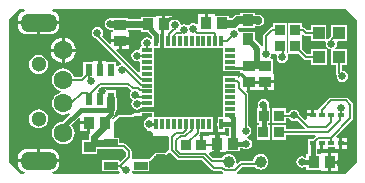
<source format=gtl>
G04 Layer_Physical_Order=1*
G04 Layer_Color=255*
%FSLAX25Y25*%
%MOIN*%
G70*
G01*
G75*
%ADD10R,0.03740X0.01181*%
%ADD11R,0.01181X0.03740*%
%ADD12R,0.21654X0.21654*%
%ADD13R,0.02362X0.04331*%
%ADD14R,0.04528X0.02559*%
%ADD15R,0.03347X0.03740*%
%ADD16R,0.03937X0.03937*%
%ADD17R,0.03740X0.03937*%
%ADD18R,0.03937X0.03543*%
%ADD19R,0.01969X0.01575*%
%ADD20R,0.03543X0.03937*%
%ADD21C,0.03937*%
%ADD22C,0.00800*%
%ADD23C,0.00600*%
%ADD24C,0.01000*%
%ADD25C,0.02000*%
%ADD26C,0.02500*%
%ADD27C,0.01500*%
%ADD28C,0.02200*%
G04:AMPARAMS|DCode=29|XSize=59.06mil|YSize=118.11mil|CornerRadius=20.67mil|HoleSize=0mil|Usage=FLASHONLY|Rotation=270.000|XOffset=0mil|YOffset=0mil|HoleType=Round|Shape=RoundedRectangle|*
%AMROUNDEDRECTD29*
21,1,0.05906,0.07677,0,0,270.0*
21,1,0.01772,0.11811,0,0,270.0*
1,1,0.04134,-0.03839,-0.00886*
1,1,0.04134,-0.03839,0.00886*
1,1,0.04134,0.03839,0.00886*
1,1,0.04134,0.03839,-0.00886*
%
%ADD29ROUNDEDRECTD29*%
%ADD30C,0.06299*%
%ADD31C,0.05118*%
%ADD32C,0.02598*%
%ADD33C,0.02500*%
G36*
X117087Y55380D02*
Y7920D01*
X113280Y4113D01*
X77178D01*
X77022Y4483D01*
X77011Y4613D01*
X78880Y6482D01*
X83004D01*
X83168Y6268D01*
X83705Y5856D01*
X84329Y5598D01*
X85000Y5509D01*
X85671Y5598D01*
X86295Y5856D01*
X86832Y6268D01*
X87244Y6805D01*
X87502Y7429D01*
X87591Y8100D01*
X87502Y8771D01*
X87244Y9395D01*
X86832Y9932D01*
X86295Y10344D01*
X85671Y10602D01*
X85000Y10691D01*
X84329Y10602D01*
X83705Y10344D01*
X83168Y9932D01*
X82756Y9395D01*
X82498Y8771D01*
X82438Y8318D01*
X78500D01*
X78149Y8248D01*
X77851Y8049D01*
X77318Y7516D01*
X76845Y7749D01*
X76891Y8100D01*
X76802Y8771D01*
X76544Y9395D01*
X76132Y9932D01*
X75595Y10344D01*
X74971Y10602D01*
X74300Y10691D01*
X73629Y10602D01*
X73005Y10344D01*
X72468Y9932D01*
X72056Y9395D01*
X72045Y9368D01*
X69130D01*
X68103Y10395D01*
X67932Y10830D01*
X68170Y11231D01*
X70043D01*
Y14200D01*
Y17168D01*
X67771D01*
Y16570D01*
X65759D01*
Y13700D01*
X64759D01*
Y16570D01*
X64621D01*
X64430Y17032D01*
X64602Y17204D01*
X64801Y17502D01*
X64870Y17853D01*
Y18152D01*
X69080D01*
Y23092D01*
X49592D01*
Y24864D01*
X44652D01*
Y24221D01*
X42957D01*
X42528Y24136D01*
X42164Y23893D01*
X42164Y23893D01*
X42021Y23749D01*
X38100Y23749D01*
X37908Y23670D01*
X37706Y23617D01*
X35875Y22221D01*
X35545Y22598D01*
X35973Y23027D01*
X36272Y23473D01*
X36377Y24000D01*
X36376Y24000D01*
Y24341D01*
X36474Y24406D01*
X36883Y25018D01*
X37026Y25740D01*
Y29176D01*
X36921Y29704D01*
Y31941D01*
X33581D01*
Y32341D01*
X31692D01*
X31501Y32803D01*
X31880Y33182D01*
X40420D01*
X41631Y31971D01*
X41857Y31820D01*
X41457Y31222D01*
X41314Y30500D01*
X41457Y29778D01*
X41866Y29166D01*
X42074Y29028D01*
X42366Y28634D01*
X41957Y28022D01*
X41814Y27300D01*
X41957Y26578D01*
X42366Y25966D01*
X42978Y25557D01*
X43700Y25414D01*
X44422Y25557D01*
X45034Y25966D01*
X45337Y26420D01*
X49592D01*
Y30357D01*
Y34294D01*
Y38231D01*
Y42168D01*
Y45908D01*
X51364D01*
Y47730D01*
X51445Y47851D01*
X51550Y48378D01*
Y50427D01*
X51526Y50545D01*
X51843Y50932D01*
X52454D01*
X52920Y50848D01*
Y45908D01*
X72408D01*
Y42168D01*
Y38231D01*
X77348D01*
Y38300D01*
X78078D01*
X78191Y38186D01*
X78127Y37572D01*
X78031Y37514D01*
X78031Y37444D01*
X78031Y37444D01*
Y36457D01*
X77531Y36173D01*
X77348Y36283D01*
Y36675D01*
X72408D01*
Y34294D01*
Y30357D01*
Y26420D01*
Y23092D01*
X70636D01*
Y21270D01*
X70555Y21149D01*
X70450Y20622D01*
X70555Y20095D01*
X70636Y19974D01*
Y18152D01*
X73017D01*
Y19246D01*
X74381D01*
Y17122D01*
X74028Y16769D01*
X73556Y16769D01*
X73314Y17168D01*
X73244Y17168D01*
X73244Y17168D01*
X71043D01*
Y14200D01*
Y11231D01*
X73244D01*
X73244Y11231D01*
X73314D01*
X73556Y11631D01*
X73814Y11631D01*
X78229D01*
Y12824D01*
X78930D01*
X79478Y12457D01*
X80200Y12314D01*
X80922Y12457D01*
X81534Y12866D01*
X81943Y13478D01*
X82086Y14200D01*
X81943Y14922D01*
X81534Y15534D01*
X80922Y15943D01*
X80558Y16015D01*
Y16525D01*
X80722Y16557D01*
X81334Y16966D01*
X81743Y17578D01*
X81886Y18300D01*
X81743Y19022D01*
X81334Y19634D01*
X80918Y19912D01*
Y30362D01*
X80848Y30713D01*
X80649Y31011D01*
X80151Y31509D01*
X80342Y31971D01*
X80500D01*
Y34743D01*
X81500D01*
Y31971D01*
X86000D01*
Y34743D01*
X86500D01*
Y35243D01*
X89468D01*
Y37444D01*
X89468Y37444D01*
Y37514D01*
X89069Y37756D01*
X89069Y38014D01*
Y42429D01*
X88361D01*
X88143Y42929D01*
X88443Y43378D01*
X88578Y44057D01*
X89048Y44148D01*
X89068Y44130D01*
Y44130D01*
X90267D01*
X90502Y43689D01*
X90457Y43622D01*
X90314Y42900D01*
X90457Y42178D01*
X90866Y41566D01*
X91478Y41157D01*
X92200Y41014D01*
X92922Y41157D01*
X93534Y41566D01*
X93943Y42178D01*
X94086Y42900D01*
X93992Y43375D01*
X93943Y43622D01*
X93945Y43630D01*
X93985Y43748D01*
X94142Y44068D01*
X94150Y44076D01*
X94558Y44130D01*
X94674Y44130D01*
X97487D01*
X99343Y42275D01*
X99673Y42054D01*
X100064Y41976D01*
X101890D01*
Y40427D01*
X107027D01*
Y45564D01*
X101890D01*
Y44015D01*
X100486D01*
X98732Y45769D01*
Y49030D01*
X98732Y49070D01*
Y49530D01*
X98732Y49570D01*
Y50219D01*
X99232Y50426D01*
X99283Y50375D01*
X99614Y50154D01*
X100004Y50076D01*
X101790D01*
Y48527D01*
X106460D01*
X106548Y48459D01*
X106819Y48027D01*
X106714Y47500D01*
X106857Y46778D01*
X107266Y46166D01*
X107878Y45757D01*
X108142Y45705D01*
X108583Y45564D01*
X108583Y45139D01*
Y40427D01*
X110132D01*
Y37648D01*
X110210Y37258D01*
X110391Y36987D01*
X110314Y36600D01*
X110457Y35878D01*
X110866Y35266D01*
X111478Y34857D01*
X112200Y34714D01*
X112922Y34857D01*
X113534Y35266D01*
X113943Y35878D01*
X114086Y36600D01*
X113943Y37322D01*
X113534Y37934D01*
X112922Y38343D01*
X112200Y38486D01*
X112171Y38510D01*
Y40427D01*
X113720D01*
Y45564D01*
X109933D01*
X109781Y46064D01*
X109934Y46166D01*
X110343Y46778D01*
X110486Y47500D01*
X110381Y48027D01*
X110694Y48527D01*
X113620D01*
Y53664D01*
X108483D01*
Y49969D01*
X107879Y49365D01*
X107732Y49145D01*
X107427Y48941D01*
X106936Y49154D01*
X106927Y49163D01*
Y53664D01*
X101790D01*
Y52115D01*
X100427D01*
X99921Y52621D01*
X99590Y52842D01*
X99200Y52920D01*
X98732D01*
Y54470D01*
X94186D01*
Y49570D01*
X94186Y49530D01*
Y49070D01*
X94186Y49030D01*
Y44622D01*
X94186Y44621D01*
X94186Y44621D01*
X94186Y44571D01*
X93686Y44264D01*
X93614Y44300D01*
Y49030D01*
X93614Y49070D01*
Y49530D01*
X93614Y49570D01*
Y54470D01*
X89068D01*
Y53020D01*
X88800D01*
X88410Y52942D01*
X88079Y52721D01*
X85979Y50621D01*
X85758Y50290D01*
X85680Y49900D01*
Y46841D01*
X85180Y46689D01*
X85004Y46954D01*
X83170Y48787D01*
Y51519D01*
X78230D01*
X78230Y51519D01*
X77748Y51563D01*
X77434Y52034D01*
X77335Y52100D01*
Y52600D01*
X77434Y52666D01*
X77730Y52962D01*
X78230Y52755D01*
Y52681D01*
X83170D01*
Y53363D01*
X83951D01*
X84200Y53314D01*
X84922Y53457D01*
X85534Y53866D01*
X85943Y54478D01*
X86086Y55200D01*
X85943Y55922D01*
X85534Y56534D01*
X85484Y56583D01*
X84872Y56992D01*
X84150Y57136D01*
X83170D01*
Y57818D01*
X78230D01*
Y57136D01*
X77350D01*
X76628Y56992D01*
X76016Y56583D01*
X75319Y55886D01*
X74529D01*
Y56868D01*
X69786D01*
X69614Y57269D01*
X67343D01*
Y54300D01*
X66343D01*
Y57269D01*
X64071D01*
Y54161D01*
X63571Y53943D01*
X63122Y54243D01*
X62400Y54386D01*
X61678Y54243D01*
X61066Y53834D01*
X60994Y53726D01*
X60332Y53635D01*
X60022Y53843D01*
X59300Y53986D01*
X58741Y53875D01*
X58180Y54132D01*
X58143Y54322D01*
X57734Y54934D01*
X57122Y55343D01*
X56400Y55486D01*
X56029Y55413D01*
X55529Y55799D01*
Y56868D01*
X53257D01*
Y53900D01*
X52257D01*
Y56868D01*
X49986D01*
X49814Y56468D01*
X45071D01*
Y55633D01*
X40769D01*
Y56129D01*
X35631D01*
Y56129D01*
X35131Y55940D01*
X34900Y55986D01*
X34178Y55843D01*
X33566Y55434D01*
X33157Y54822D01*
X33014Y54100D01*
X33157Y53378D01*
X33566Y52766D01*
X33651Y52710D01*
X33674Y52674D01*
X34237Y52299D01*
X34900Y52167D01*
X35631D01*
Y51386D01*
X35232Y51214D01*
Y48943D01*
X38200D01*
X41168D01*
Y51214D01*
X40769Y51386D01*
Y52167D01*
X45071D01*
Y51332D01*
X47322D01*
X48797Y49857D01*
Y49341D01*
X48485Y49201D01*
X48297Y49158D01*
X47722Y49543D01*
X47000Y49686D01*
X46278Y49543D01*
X45666Y49134D01*
X45257Y48522D01*
X45114Y47800D01*
X45257Y47078D01*
X45338Y46958D01*
X45102Y46517D01*
X44652D01*
Y45645D01*
X44152Y45296D01*
X43700Y45386D01*
X42978Y45243D01*
X42366Y44834D01*
X41957Y44222D01*
X41814Y43500D01*
X41957Y42778D01*
X42366Y42166D01*
X42978Y41757D01*
X43700Y41614D01*
X44152Y41704D01*
X44652Y41355D01*
Y38140D01*
X44190Y37949D01*
X36930Y45209D01*
X37121Y45671D01*
X37700D01*
Y47943D01*
X35232D01*
Y47561D01*
X34770Y47370D01*
X32070Y50069D01*
X32343Y50478D01*
X32486Y51200D01*
X32343Y51922D01*
X31934Y52534D01*
X31322Y52943D01*
X30600Y53086D01*
X29878Y52943D01*
X29266Y52534D01*
X28857Y51922D01*
X28714Y51200D01*
X28857Y50478D01*
X29266Y49866D01*
X29878Y49457D01*
X30138Y49406D01*
X38489Y41054D01*
X38344Y40576D01*
X38178Y40543D01*
X37566Y40134D01*
X37421Y39917D01*
X36921Y40069D01*
Y41390D01*
X33581D01*
Y41790D01*
X31900D01*
Y38624D01*
X30900D01*
Y41790D01*
X29219D01*
Y41390D01*
X25879D01*
Y37176D01*
X25057Y36355D01*
X22886D01*
X22877Y36416D01*
X22500Y37328D01*
X21899Y38111D01*
X21115Y38712D01*
X20203Y39090D01*
X19224Y39219D01*
X18246Y39090D01*
X17333Y38712D01*
X16550Y38111D01*
X15949Y37328D01*
X15571Y36416D01*
X15442Y35437D01*
X15571Y34458D01*
X15949Y33546D01*
X16550Y32763D01*
X17333Y32162D01*
X18246Y31784D01*
X18487Y31752D01*
Y31248D01*
X18246Y31216D01*
X17333Y30838D01*
X16550Y30237D01*
X15949Y29454D01*
X15571Y28542D01*
X15442Y27563D01*
X15571Y26584D01*
X15949Y25672D01*
X16550Y24889D01*
X17333Y24288D01*
X18246Y23910D01*
X19224Y23781D01*
X20203Y23910D01*
X21115Y24288D01*
X21195Y24349D01*
X21526Y23972D01*
X19030Y21477D01*
X18246Y21374D01*
X17333Y20996D01*
X16550Y20395D01*
X15949Y19611D01*
X15571Y18699D01*
X15442Y17720D01*
X15571Y16742D01*
X15949Y15830D01*
X16550Y15046D01*
X17333Y14445D01*
X18246Y14067D01*
X19224Y13938D01*
X20203Y14067D01*
X21115Y14445D01*
X21899Y15046D01*
X22500Y15830D01*
X22877Y16742D01*
X23006Y17720D01*
X22877Y18699D01*
X22500Y19611D01*
X21899Y20395D01*
X21895Y20448D01*
X24409Y22962D01*
X24871Y22771D01*
Y21700D01*
X27643D01*
Y21200D01*
X28142D01*
Y17952D01*
X28218Y17770D01*
X28174Y17726D01*
X27799Y17163D01*
X27667Y16500D01*
Y15529D01*
X25431D01*
Y10786D01*
X30569D01*
Y12507D01*
X32116D01*
Y12361D01*
X37844D01*
Y12382D01*
X39120D01*
X40132Y11370D01*
Y9930D01*
X38344Y8142D01*
X37844Y8349D01*
Y8639D01*
X32116D01*
Y4880D01*
X37844D01*
Y4880D01*
X37931Y4852D01*
X38033Y4613D01*
X37703Y4113D01*
X15686D01*
X15596Y4595D01*
X16342Y4904D01*
X16983Y5395D01*
X17474Y6036D01*
X17783Y6782D01*
X17889Y7583D01*
Y7969D01*
X10957D01*
X4025D01*
Y7583D01*
X4130Y6782D01*
X4439Y6036D01*
X4931Y5395D01*
X5571Y4904D01*
X6318Y4595D01*
X6228Y4113D01*
X4820D01*
X1013Y7920D01*
Y55580D01*
X4320Y58887D01*
X6228D01*
X6318Y58405D01*
X5571Y58096D01*
X4931Y57605D01*
X4439Y56964D01*
X4130Y56218D01*
X4025Y55417D01*
Y55031D01*
X10957D01*
X17889D01*
Y55417D01*
X17783Y56218D01*
X17474Y56964D01*
X16983Y57605D01*
X16342Y58096D01*
X15596Y58405D01*
X15686Y58887D01*
X113580D01*
X117087Y55380D01*
D02*
G37*
G36*
X47000Y22224D02*
X46566Y21934D01*
X46157Y21322D01*
X46014Y20600D01*
X46157Y19878D01*
X46566Y19266D01*
X47000Y18976D01*
X47000Y16600D01*
X54014D01*
X54482Y16400D01*
Y12282D01*
X53300Y11100D01*
X53200Y11200D01*
X49800D01*
Y11000D01*
X49314Y10514D01*
X49031D01*
Y10232D01*
X47800Y9000D01*
X47700Y9100D01*
X42387Y9100D01*
X41984Y9533D01*
X41968Y9600D01*
Y11750D01*
X41898Y12101D01*
X41699Y12399D01*
X40149Y13949D01*
X39851Y14148D01*
X39500Y14218D01*
X37844D01*
Y16120D01*
X36000D01*
Y21500D01*
X38100Y23100D01*
X47000Y23100D01*
Y22224D01*
D02*
G37*
G36*
X54928Y11102D02*
X57079Y8951D01*
X57377Y8752D01*
X57728Y8682D01*
X65523D01*
X68754Y5451D01*
X69052Y5252D01*
X69403Y5182D01*
X71863D01*
X72432Y4613D01*
X72421Y4483D01*
X72266Y4113D01*
X42297D01*
X41982Y4591D01*
X42156Y4880D01*
X42156Y4880D01*
X42156Y4880D01*
X47883D01*
Y8385D01*
X48259Y8541D01*
X49491Y9772D01*
X49573Y9972D01*
X49773Y10055D01*
X50259Y10541D01*
X50263Y10551D01*
X53059D01*
X53300Y10451D01*
X53759Y10641D01*
X54294Y11175D01*
X54928Y11102D01*
D02*
G37*
%LPC*%
G36*
X17889Y54031D02*
X11457D01*
Y50552D01*
X14795D01*
X15596Y50658D01*
X16342Y50967D01*
X16983Y51458D01*
X17474Y52099D01*
X17783Y52845D01*
X17889Y53646D01*
Y54031D01*
D02*
G37*
G36*
X10457D02*
X4025D01*
Y53646D01*
X4130Y52845D01*
X4439Y52099D01*
X4931Y51458D01*
X5571Y50967D01*
X6318Y50658D01*
X7118Y50552D01*
X10457D01*
Y54031D01*
D02*
G37*
G36*
X19724Y49399D02*
Y45780D01*
X23344D01*
X23267Y46363D01*
X22849Y47372D01*
X22184Y48239D01*
X21317Y48904D01*
X20308Y49322D01*
X19724Y49399D01*
D02*
G37*
G36*
X18724D02*
X18141Y49322D01*
X17132Y48904D01*
X16265Y48239D01*
X15600Y47372D01*
X15182Y46363D01*
X15105Y45780D01*
X18724D01*
Y49399D01*
D02*
G37*
G36*
X41168Y47943D02*
X38700D01*
Y45671D01*
X41168D01*
Y47943D01*
D02*
G37*
G36*
X23344Y44780D02*
X19724D01*
Y41160D01*
X20308Y41237D01*
X21317Y41655D01*
X22184Y42320D01*
X22849Y43187D01*
X23267Y44196D01*
X23344Y44780D01*
D02*
G37*
G36*
X18724D02*
X15105D01*
X15182Y44196D01*
X15600Y43187D01*
X16265Y42320D01*
X17132Y41655D01*
X18141Y41237D01*
X18724Y41160D01*
Y44780D01*
D02*
G37*
G36*
X10957Y43741D02*
X10132Y43633D01*
X9364Y43315D01*
X8704Y42808D01*
X8197Y42148D01*
X7879Y41380D01*
X7770Y40555D01*
X7879Y39730D01*
X8197Y38962D01*
X8704Y38302D01*
X9364Y37796D01*
X10132Y37477D01*
X10957Y37369D01*
X11781Y37477D01*
X12550Y37796D01*
X13210Y38302D01*
X13716Y38962D01*
X14034Y39730D01*
X14143Y40555D01*
X14034Y41380D01*
X13716Y42148D01*
X13210Y42808D01*
X12550Y43315D01*
X11781Y43633D01*
X10957Y43741D01*
D02*
G37*
G36*
X89468Y34242D02*
X87000D01*
Y31971D01*
X89468D01*
Y34242D01*
D02*
G37*
G36*
X101776Y25512D02*
X100291D01*
Y24224D01*
X101776D01*
Y25512D01*
D02*
G37*
G36*
X113400Y29518D02*
X108500D01*
X108149Y29448D01*
X107851Y29249D01*
X104751Y26149D01*
X104573Y25882D01*
X104260Y25512D01*
X102776D01*
Y23724D01*
X102276D01*
Y23224D01*
X100291D01*
Y22313D01*
X99791Y22106D01*
X97784Y24114D01*
X97743Y24322D01*
X97334Y24934D01*
X96722Y25343D01*
X96000Y25486D01*
X95278Y25343D01*
X94666Y24934D01*
X94321Y24418D01*
X93364D01*
Y25970D01*
X88817D01*
Y21030D01*
X93364D01*
Y22582D01*
X94455D01*
X94666Y22266D01*
X95278Y21857D01*
X96000Y21714D01*
X96722Y21857D01*
X97155Y22147D01*
X99885Y19418D01*
X99677Y18918D01*
X93332D01*
Y20470D01*
X88786D01*
Y15530D01*
X93332D01*
Y17082D01*
X103077D01*
X103285Y16582D01*
X102365Y15663D01*
X100691D01*
Y12888D01*
X100899D01*
Y10569D01*
X100271D01*
Y9758D01*
X99771Y9509D01*
X99422Y9743D01*
X98700Y9886D01*
X97978Y9743D01*
X97366Y9334D01*
X96957Y8722D01*
X96814Y8000D01*
X96957Y7278D01*
X97366Y6666D01*
X97978Y6257D01*
X98700Y6114D01*
X99422Y6257D01*
X99771Y6491D01*
X100271Y6242D01*
Y5432D01*
X104944Y5432D01*
X105186Y5032D01*
X105256Y5032D01*
X105256Y5032D01*
X107457D01*
Y8000D01*
Y10968D01*
X105256D01*
X105256Y10968D01*
X105186D01*
X104944Y10569D01*
X104686Y10569D01*
X103652D01*
Y12488D01*
X104925D01*
Y14276D01*
X105925D01*
Y12488D01*
X107409D01*
Y12888D01*
X109740D01*
Y12488D01*
X111224D01*
Y14276D01*
Y16063D01*
X110318D01*
X110111Y16563D01*
X115449Y21901D01*
X115648Y22198D01*
X115718Y22550D01*
Y27200D01*
X115648Y27551D01*
X115449Y27849D01*
X114049Y29249D01*
X113751Y29448D01*
X113400Y29518D01*
D02*
G37*
G36*
X10957Y25631D02*
X10132Y25523D01*
X9364Y25204D01*
X8704Y24698D01*
X8197Y24038D01*
X7879Y23270D01*
X7770Y22445D01*
X7879Y21620D01*
X8197Y20852D01*
X8704Y20192D01*
X9364Y19685D01*
X10132Y19367D01*
X10957Y19259D01*
X11781Y19367D01*
X12550Y19685D01*
X13210Y20192D01*
X13716Y20852D01*
X14034Y21620D01*
X14143Y22445D01*
X14034Y23270D01*
X13716Y24038D01*
X13210Y24698D01*
X12550Y25204D01*
X11781Y25523D01*
X10957Y25631D01*
D02*
G37*
G36*
X27143Y20700D02*
X24871D01*
Y18232D01*
X27143D01*
Y20700D01*
D02*
G37*
G36*
X85900Y29086D02*
X85178Y28943D01*
X84566Y28534D01*
X84157Y27922D01*
X84014Y27200D01*
X84157Y26478D01*
X84202Y26411D01*
X83966Y25970D01*
X83699D01*
Y21030D01*
X84596D01*
Y20470D01*
X83668D01*
Y15530D01*
X88214D01*
Y20470D01*
X87349D01*
Y21030D01*
X88246D01*
Y25970D01*
X87905D01*
X87637Y26470D01*
X87643Y26478D01*
X87786Y27200D01*
X87643Y27922D01*
X87234Y28534D01*
X86622Y28943D01*
X85900Y29086D01*
D02*
G37*
G36*
X113709Y16063D02*
X112224D01*
Y14776D01*
X113709D01*
Y16063D01*
D02*
G37*
G36*
Y13776D02*
X112224D01*
Y12488D01*
X113709D01*
Y13776D01*
D02*
G37*
G36*
X14795Y12448D02*
X11457D01*
Y8969D01*
X17889D01*
Y9354D01*
X17783Y10155D01*
X17474Y10901D01*
X16983Y11542D01*
X16342Y12033D01*
X15596Y12342D01*
X14795Y12448D01*
D02*
G37*
G36*
X10457D02*
X7118D01*
X6318Y12342D01*
X5571Y12033D01*
X4931Y11542D01*
X4439Y10901D01*
X4130Y10155D01*
X4025Y9354D01*
Y8969D01*
X10457D01*
Y12448D01*
D02*
G37*
G36*
X110729Y10968D02*
X108457D01*
Y8500D01*
X110729D01*
Y10968D01*
D02*
G37*
G36*
Y7500D02*
X108457D01*
Y5032D01*
X110729D01*
Y7500D01*
D02*
G37*
%LPD*%
D10*
X74878Y23673D02*
D03*
Y25642D02*
D03*
Y27610D02*
D03*
Y29579D02*
D03*
Y31547D02*
D03*
Y33516D02*
D03*
Y35484D02*
D03*
Y37453D02*
D03*
Y39421D02*
D03*
Y41390D02*
D03*
Y43358D02*
D03*
Y45327D02*
D03*
X47122D02*
D03*
Y43358D02*
D03*
Y41390D02*
D03*
Y39421D02*
D03*
Y37453D02*
D03*
Y35484D02*
D03*
Y33516D02*
D03*
Y31547D02*
D03*
Y29579D02*
D03*
Y27610D02*
D03*
Y25642D02*
D03*
Y23673D02*
D03*
D11*
X71827Y48378D02*
D03*
X69858D02*
D03*
X67890D02*
D03*
X65921D02*
D03*
X63953D02*
D03*
X61984D02*
D03*
X60016D02*
D03*
X58047D02*
D03*
X56079D02*
D03*
X54110D02*
D03*
X52142D02*
D03*
X50173D02*
D03*
Y20622D02*
D03*
X52142D02*
D03*
X54110D02*
D03*
X56079D02*
D03*
X58047D02*
D03*
X60016D02*
D03*
X61984D02*
D03*
X63953D02*
D03*
X65921D02*
D03*
X67890D02*
D03*
X69858D02*
D03*
X71827D02*
D03*
D12*
X61000Y34500D02*
D03*
D13*
X27660Y29176D02*
D03*
X31400D02*
D03*
X35140D02*
D03*
Y38624D02*
D03*
X31400D02*
D03*
X27660D02*
D03*
D14*
X34980Y14240D02*
D03*
Y10500D02*
D03*
Y6760D02*
D03*
X45020D02*
D03*
Y14240D02*
D03*
D15*
X91091Y23500D02*
D03*
X85972D02*
D03*
X65259Y13700D02*
D03*
X60141D02*
D03*
X96459Y52000D02*
D03*
X91341D02*
D03*
X96459Y46600D02*
D03*
X91341D02*
D03*
X91059Y18000D02*
D03*
X85941D02*
D03*
D16*
X111152Y42996D02*
D03*
X104459D02*
D03*
X111052Y51096D02*
D03*
X104359D02*
D03*
D17*
X80700Y55250D02*
D03*
Y48950D02*
D03*
D18*
X38200Y48443D02*
D03*
Y53758D02*
D03*
X51600Y8143D02*
D03*
Y13457D02*
D03*
X28000Y7842D02*
D03*
Y13158D02*
D03*
X81000Y34743D02*
D03*
Y40058D02*
D03*
X86500Y34743D02*
D03*
Y40058D02*
D03*
X39700Y25657D02*
D03*
Y20343D02*
D03*
D19*
X102276Y14276D02*
D03*
X105425D02*
D03*
X108575D02*
D03*
X111724D02*
D03*
Y23724D02*
D03*
X108575D02*
D03*
X105425D02*
D03*
X102276D02*
D03*
D20*
X107957Y8000D02*
D03*
X102643D02*
D03*
X27643Y21200D02*
D03*
X32958D02*
D03*
X66843Y54300D02*
D03*
X72158D02*
D03*
X52758Y53900D02*
D03*
X47442D02*
D03*
X70543Y14200D02*
D03*
X75858D02*
D03*
D21*
X74300Y8100D02*
D03*
X85000D02*
D03*
D22*
X86700Y49900D02*
X88800Y52000D01*
X86700Y44100D02*
Y49900D01*
X39520Y5500D02*
X40000D01*
X38260Y6760D02*
X39520Y5500D01*
X111152Y37648D02*
X112200Y36600D01*
X111152Y37648D02*
Y42996D01*
X39908Y25050D02*
X44565D01*
X108600Y47500D02*
Y48644D01*
X111052Y51096D01*
X88800Y52000D02*
X91341D01*
Y46600D02*
X92300Y45641D01*
Y43800D02*
Y45641D01*
X91400Y42900D02*
X92300Y43800D01*
X91400Y42900D02*
X92200D01*
X43700Y43500D02*
X43842Y43358D01*
X47122D01*
X47000Y47800D02*
X47122Y47678D01*
Y45327D02*
Y47678D01*
X96459Y46600D02*
X100064Y42996D01*
X104459D01*
X96459Y52000D02*
X96559Y51900D01*
X99200D01*
X100004Y51096D01*
X104359D01*
D23*
X111724Y23724D02*
X111800Y23800D01*
Y25900D01*
X39500Y13300D02*
X41050Y11750D01*
X38260Y6760D02*
X41050Y9550D01*
Y11750D01*
X57728Y9600D02*
X65903D01*
X55400Y11928D02*
X57728Y9600D01*
X58225Y10800D02*
X66400D01*
X56900Y12125D02*
X58225Y10800D01*
X65903Y9600D02*
X69403Y6100D01*
X66400Y10800D02*
X68750Y8450D01*
X55400Y11928D02*
Y16400D01*
X56900Y12125D02*
Y15275D01*
X55400Y16400D02*
X56852Y17852D01*
X58277Y16652D02*
X59779D01*
X56900Y15275D02*
X58277Y16652D01*
X34980Y6760D02*
X38260D01*
X63953Y17853D02*
Y20622D01*
X60700Y14600D02*
X63953Y17853D01*
X61984Y18857D02*
Y20622D01*
X59779Y16652D02*
X61984Y18857D01*
X60016Y18857D02*
Y20622D01*
X59011Y17852D02*
X60016Y18857D01*
X80000Y18300D02*
Y30362D01*
X77648Y32714D02*
X80000Y30362D01*
X77648Y32714D02*
Y34479D01*
X77121Y35006D02*
X77648Y34479D01*
X75356Y35006D02*
X77121D01*
X74878Y35484D02*
X75356Y35006D01*
X70442Y14100D02*
X70543Y14200D01*
X70043Y13700D02*
X70442Y14100D01*
X65259Y13700D02*
X70043D01*
X45079Y33794D02*
X46644D01*
X39673Y39200D02*
X45079Y33794D01*
X44879Y25164D02*
X47122D01*
X39700Y25657D02*
X40207Y25150D01*
X44865D02*
X44879Y25164D01*
X47122D02*
Y25642D01*
X56852Y17852D02*
X59011D01*
X78500Y7400D02*
X85000D01*
X76332Y5232D02*
X78500Y7400D01*
X73112Y5232D02*
X76332D01*
X72243Y6100D02*
X73112Y5232D01*
X69403Y6100D02*
X72243D01*
X73550Y8450D02*
X74300Y7700D01*
X68750Y8450D02*
X73550D01*
X39300Y39200D02*
X39673D01*
X44715Y32025D02*
X44975D01*
X44091Y32650D02*
X44715Y32025D01*
X42309Y32650D02*
X44091D01*
X42280Y32620D02*
X42309Y32650D01*
X42280Y32620D02*
X42280D01*
X40800Y34100D02*
X42280Y32620D01*
X45120Y35721D02*
X46614D01*
X30600Y50241D02*
X45120Y35721D01*
X43700Y27300D02*
X44010Y27610D01*
X47122D01*
X43200Y29800D02*
X46901D01*
X45050Y31950D02*
X46719D01*
X44975Y32025D02*
X45050Y31950D01*
X30600Y50241D02*
Y51200D01*
X27900Y30500D02*
X31500Y34100D01*
X27300Y31100D02*
X27900Y30500D01*
X25300Y31100D02*
X27300D01*
X31500Y34100D02*
X40800D01*
X46719Y31950D02*
X47122Y31547D01*
X38900Y38800D02*
X39300Y39200D01*
X105400Y25500D02*
X108500Y28600D01*
X105425Y23724D02*
Y25475D01*
X105400Y25500D02*
X105425Y25475D01*
X108500Y28600D02*
X113400D01*
X114800Y27200D01*
Y22550D02*
Y27200D01*
X91091Y23500D02*
X96000D01*
X56101Y52231D02*
X56400D01*
Y53600D02*
X56469Y53531D01*
Y52231D02*
Y53531D01*
X54588Y50718D02*
X56101Y52231D01*
X54588Y48856D02*
Y50718D01*
X54110Y48378D02*
X54588Y48856D01*
X58400Y51200D02*
X59300Y52100D01*
X57136Y51200D02*
X58400D01*
X56557Y50621D02*
X57136Y51200D01*
X56557Y50600D02*
Y50621D01*
X56079Y50122D02*
X56557Y50600D01*
X56079Y48378D02*
Y50122D01*
X62400Y52500D02*
X63700Y51200D01*
X69300D01*
X69858Y50642D01*
Y48378D02*
Y50642D01*
X73778Y48378D02*
X76100Y50700D01*
X71827Y48378D02*
X73778D01*
X108450Y14400D02*
X108575Y14276D01*
X108450Y14400D02*
Y16200D01*
X104200D02*
X108450D01*
X114800Y22550D01*
X105425Y23724D02*
X105524D01*
X102276Y14276D02*
X104200Y16200D01*
X111600Y23600D02*
X111724Y23724D01*
X111600Y22000D02*
Y23600D01*
X107600Y18000D02*
X111600Y22000D01*
X91059Y18000D02*
X107600D01*
X108575Y21525D02*
Y23724D01*
Y21525D02*
X108600Y21500D01*
X106900Y19800D02*
X108600Y21500D01*
X100800Y19800D02*
X106900D01*
X97100Y23500D02*
X100800Y19800D01*
X35921Y13300D02*
X39500D01*
X34980Y14240D02*
X35921Y13300D01*
X31900Y39124D02*
Y42600D01*
X31400Y38624D02*
X31900Y39124D01*
X32200Y29976D02*
Y31668D01*
X32109D02*
X32200D01*
X31400Y29176D02*
X32200Y29976D01*
X46901Y29800D02*
X47122Y29579D01*
X21763Y27563D02*
X25300Y31100D01*
X19224Y27563D02*
X21763D01*
X27660Y37660D02*
Y38624D01*
Y36040D02*
Y37660D01*
Y36040D02*
X28600Y35100D01*
X25437Y35437D02*
X27660Y37660D01*
X19224Y35437D02*
X25437D01*
D24*
X86500Y32700D02*
Y34743D01*
Y32700D02*
X87200Y32000D01*
Y30800D02*
Y32000D01*
X47122Y25642D02*
X52142D01*
X46549Y23100D02*
X47122Y23673D01*
X42957Y23100D02*
X46549D01*
X40300Y20443D02*
X42957Y23100D01*
X52142Y25642D02*
X61000Y34500D01*
X78290Y37453D02*
X81000Y34743D01*
X74878Y37453D02*
X78290D01*
X81000Y34743D02*
X86500D01*
X54700Y56000D02*
X59600D01*
X53857Y55158D02*
X54700Y56000D01*
X53857Y53900D02*
Y55158D01*
X80364Y39421D02*
X81000Y40058D01*
X74878Y39421D02*
X80364D01*
X111200Y8000D02*
X111400Y7800D01*
X107957Y8000D02*
X111200D01*
X69858Y17842D02*
Y20622D01*
Y17842D02*
X70442Y17257D01*
X47900Y20600D02*
X47922Y20622D01*
X50173D01*
X43500Y20500D02*
X43900D01*
X43400Y20400D02*
X43500Y20500D01*
X43358Y20443D02*
X43400Y20400D01*
X40300Y20443D02*
X43358D01*
X52142Y52184D02*
X53857Y53900D01*
X52142Y48378D02*
Y52184D01*
D25*
X81000Y40058D02*
X86500D01*
X83850Y40300D02*
Y45800D01*
X80700Y48950D02*
X83850Y45800D01*
X46800Y11500D02*
Y14100D01*
D26*
X51600Y13457D02*
Y14240D01*
X57800Y7300D02*
X58600Y6500D01*
X53300Y7300D02*
X57800D01*
X52457Y8143D02*
X53300Y7300D01*
X47800Y14240D02*
X51600D01*
X45020D02*
X47800D01*
Y17000D01*
X51600Y8143D02*
X52457D01*
X35140Y25740D02*
Y29176D01*
X43442Y48443D02*
X43500Y48500D01*
X38200Y48443D02*
X43442D01*
X84150Y55250D02*
X84200Y55200D01*
X80700Y55250D02*
X84150D01*
X77350D02*
X80700D01*
X76100Y54000D02*
X77350Y55250D01*
X72158Y54000D02*
X76100D01*
D27*
X70442Y14100D02*
Y17257D01*
X69700Y10800D02*
X70543Y11643D01*
Y14200D01*
X85900Y27200D02*
X85972Y27128D01*
Y23500D02*
Y27128D01*
X34900Y25500D02*
X35140Y25740D01*
X25000Y25500D02*
X34900D01*
X35000Y24000D02*
Y26800D01*
X33000Y22000D02*
X35000Y24000D01*
X40300Y25758D02*
Y29660D01*
X50173Y48378D02*
Y50427D01*
X46700Y53900D02*
X50173Y50427D01*
X98700Y8000D02*
X102643D01*
X102276Y8367D02*
X102643Y8000D01*
X102276Y8367D02*
Y14276D01*
X85941Y18000D02*
X85972Y18032D01*
Y23500D01*
X75757Y14200D02*
X80200D01*
X75757Y20600D02*
Y22794D01*
Y14200D02*
Y20600D01*
X75735Y20622D02*
X75757Y20600D01*
X71827Y20622D02*
X75735D01*
X74878Y23673D02*
X75757Y22794D01*
X40100Y29859D02*
X40300Y29660D01*
X32958Y20057D02*
Y22000D01*
X28000Y13158D02*
X29400Y14558D01*
X32958Y22000D02*
X33000D01*
X19224Y19724D02*
X25000Y25500D01*
X19224Y17720D02*
Y19724D01*
D28*
X34980Y10500D02*
X38900D01*
X34900Y53900D02*
X46700D01*
X29083Y14240D02*
X34980D01*
X28000Y13158D02*
X29083Y14240D01*
X29400Y16500D02*
X32958Y20057D01*
X29400Y14558D02*
Y16500D01*
D29*
X10957Y54532D02*
D03*
Y8468D02*
D03*
D30*
X19224Y17720D02*
D03*
Y27563D02*
D03*
Y35437D02*
D03*
Y45279D02*
D03*
D31*
X10957Y40555D02*
D03*
Y22445D02*
D03*
D32*
X61000Y34500D02*
D03*
X69949Y43449D02*
D03*
X70166Y25292D02*
D03*
X51992Y25252D02*
D03*
X51872Y43827D02*
D03*
D33*
X93900Y12200D02*
D03*
X88300Y56400D02*
D03*
X86700Y44100D02*
D03*
X87200Y30800D02*
D03*
X58500Y7000D02*
D03*
X40000Y5500D02*
D03*
X69700Y10800D02*
D03*
X47500Y17000D02*
D03*
X112200Y36600D02*
D03*
X85900Y27200D02*
D03*
X80000Y18300D02*
D03*
X108600Y47500D02*
D03*
X46800Y11500D02*
D03*
X43700Y27300D02*
D03*
X43200Y30500D02*
D03*
X43500Y48500D02*
D03*
X38900Y38800D02*
D03*
X30600Y51200D02*
D03*
X92200Y42900D02*
D03*
X43700Y43500D02*
D03*
X47000Y47800D02*
D03*
X111800Y25900D02*
D03*
X96000Y23600D02*
D03*
X56400Y53600D02*
D03*
X58500Y56000D02*
D03*
X59300Y52100D02*
D03*
X62400Y52500D02*
D03*
X76100Y50700D02*
D03*
X84200Y55200D02*
D03*
X111400Y7800D02*
D03*
X98700Y8000D02*
D03*
X80200Y14200D02*
D03*
X47900Y20600D02*
D03*
X43900Y20500D02*
D03*
X34900Y54100D02*
D03*
X38900Y10500D02*
D03*
X23900Y12800D02*
D03*
X23800Y9500D02*
D03*
X23700Y6300D02*
D03*
X40100Y29859D02*
D03*
X31900Y42600D02*
D03*
X32109Y31668D02*
D03*
X28600Y35100D02*
D03*
M02*

</source>
